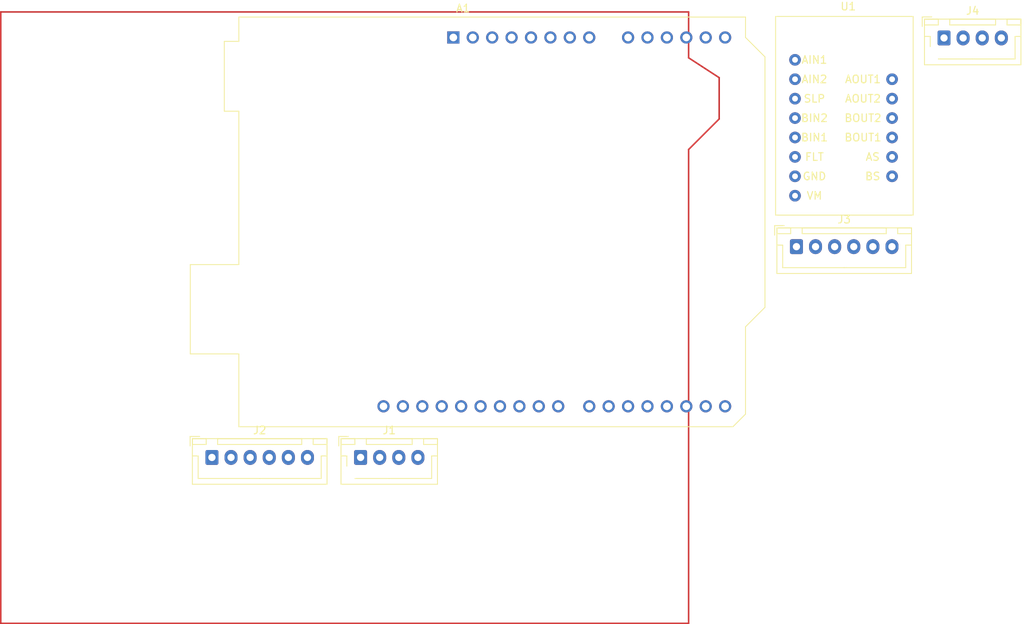
<source format=kicad_pcb>
(kicad_pcb (version 20211014) (generator pcbnew)
  (layers (0 "F.Cu" signal) (31 "B.Cu" signal) (34 "B.Paste" user) (35 "F.Paste" user) (36 "B.SilkS" user "B.Silkscreen") (37 "F.SilkS" user "F.Silkscreen") (38 "B.Mask" user) (39 "F.Mask" user) (44 "Edge.Cuts" user))
  (net 0 "")
  (net 7 "Earth")
  (net 8 "Net-(A1-Pad8)")
  (net 19 "D4")
  (net 20 "D5")
  (net 21 "D6")
  (net 22 "D7")
  (net 24 "D9")
  (net 31 "Net-(A1-Pad31)")
  (net 32 "Net-(A1-Pad32)")
  (net 33 "Net-(J1-Pad1)")
  (net 34 "Net-(J1-Pad2)")
  (net 35 "Net-(J1-Pad3)")
  (net 36 "Net-(J1-Pad4)")
  (net 37 "Net-(J2-Pad1)")
  (net 38 "Net-(J2-Pad2)")
  (net 39 "Net-(J2-Pad3)")
  (net 40 "Net-(J2-Pad4)")
  (net 41 "Net-(J2-Pad5)")
  (net 42 "Net-(J2-Pad6)")
  (net 43 "Net-(J3-Pad1)")
  (net 44 "Net-(J3-Pad2)")
  (net 45 "Net-(J3-Pad3)")
  (net 46 "Net-(J3-Pad4)")
  (net 47 "Net-(J3-Pad5)")
  (net 48 "Net-(J3-Pad6)")
  (net 49 "+3.3V")
  (footprint "Connector_JST:JST_XH_B4B-XH-AM_1x04_P2.50mm_Vertical" (layer "F.Cu") (at 173.42 53.4)
    (fp_text reference "J4" (at 3.75 -3.55) (layer "F.SilkS"))
    (fp_text value "Conn_01x04")
    (fp_line (start -1.8 -0.2) (end -1.8 1.14) (layer "F.SilkS") (width 0.12))
    (fp_line (start 8.25 -2.45) (end 8.25 -1.7) (layer "F.SilkS") (width 0.12))
    (fp_line (start -1.6 -2.75) (end -2.85 -2.75) (layer "F.SilkS") (width 0.12))
    (fp_line (start -0.75 -2.45) (end -2.55 -2.45) (layer "F.SilkS") (width 0.12))
    (fp_line (start 0.75 -1.7) (end 6.75 -1.7) (layer "F.SilkS") (width 0.12))
    (fp_line (start 6.75 -2.45) (end 0.75 -2.45) (layer "F.SilkS") (width 0.12))
    (fp_line (start 10.05 -2.45) (end 8.25 -2.45) (layer "F.SilkS") (width 0.12))
    (fp_line (start -2.56 -2.46) (end -2.56 3.51) (layer "F.SilkS") (width 0.12))
    (fp_line (start -2.55 -1.7) (end -0.75 -1.7) (layer "F.SilkS") (width 0.12))
    (fp_line (start 0.75 -2.45) (end 0.75 -1.7) (layer "F.SilkS") (width 0.12))
    (fp_line (start -2.56 3.51) (end 10.06 3.51) (layer "F.SilkS") (width 0.12))
    (fp_line (start 3.75 2.75) (end -0.74 2.75) (layer "F.SilkS") (width 0.12))
    (fp_line (start 8.25 -1.7) (end 10.05 -1.7) (layer "F.SilkS") (width 0.12))
    (fp_line (start 6.75 -1.7) (end 6.75 -2.45) (layer "F.SilkS") (width 0.12))
    (fp_line (start -2.55 -0.2) (end -1.8 -0.2) (layer "F.SilkS") (width 0.12))
    (fp_line (start 9.3 -0.2) (end 9.3 2.75) (layer "F.SilkS") (width 0.12))
    (fp_line (start 10.05 -1.7) (end 10.05 -2.45) (layer "F.SilkS") (width 0.12))
    (fp_line (start -0.75 -1.7) (end -0.75 -2.45) (layer "F.SilkS") (width 0.12))
    (fp_line (start 10.05 -0.2) (end 9.3 -0.2) (layer "F.SilkS") (width 0.12))
    (fp_line (start 10.06 3.51) (end 10.06 -2.46) (layer "F.SilkS") (width 0.12))
    (fp_line (start -2.85 -2.75) (end -2.85 -1.5) (layer "F.SilkS") (width 0.12))
    (fp_line (start 9.3 2.75) (end 3.75 2.75) (layer "F.SilkS") (width 0.12))
    (fp_line (start -2.55 -2.45) (end -2.55 -1.7) (layer "F.SilkS") (width 0.12))
    (fp_line (start 10.06 -2.46) (end -2.56 -2.46) (layer "F.SilkS") (width 0.12))
    (pad "" np_thru_hole circle (at -1.6 2) (size 1.2 1.2) (drill 1.2) (layers *.Cu *.Mask))
    (pad "1" thru_hole roundrect (at 0 0) (size 1.7 1.95) (drill 0.95) (layers *.Cu *.Mask) (roundrect_rratio 0.147059) (net 24 "D9"))
    (pad "2" thru_hole oval (at 2.5 0) (size 1.7 1.95) (drill 0.95) (layers *.Cu *.Mask) (net 49 "+3.3V"))
    (pad "3" thru_hole oval (at 5 0) (size 1.7 1.95) (drill 0.95) (layers *.Cu *.Mask) (net 7 "Earth"))
    (pad "4" thru_hole oval (at 7.5 0) (size 1.7 1.95) (drill 0.95) (layers *.Cu *.Mask))
  )
  (footprint "Connector_JST:JST_XH_B6B-XH-A_1x06_P2.50mm_Vertical" (layer "F.Cu") (at 154.11 80.71)
    (fp_text reference "J3" (at 6.25 -3.55) (layer "F.SilkS"))
    (fp_text value "Conn_01x06")
    (fp_line (start -2.56 3.51) (end 15.06 3.51) (layer "F.SilkS") (width 0.12))
    (fp_line (start -2.55 -0.2) (end -1.8 -0.2) (layer "F.SilkS") (width 0.12))
    (fp_line (start 0.75 -2.45) (end 0.75 -1.7) (layer "F.SilkS") (width 0.12))
    (fp_line (start 15.05 -2.45) (end 13.25 -2.45) (layer "F.SilkS") (width 0.12))
    (fp_line (start -2.85 -2.75) (end -2.85 -1.5) (layer "F.SilkS") (width 0.12))
    (fp_line (start -2.55 -1.7) (end -0.75 -1.7) (layer "F.SilkS") (width 0.12))
    (fp_line (start 11.75 -2.45) (end 0.75 -2.45) (layer "F.SilkS") (width 0.12))
    (fp_line (start 15.06 -2.46) (end -2.56 -2.46) (layer "F.SilkS") (width 0.12))
    (fp_line (start -0.75 -2.45) (end -2.55 -2.45) (layer "F.SilkS") (width 0.12))
    (fp_line (start 14.3 -0.2) (end 14.3 2.75) (layer "F.SilkS") (width 0.12))
    (fp_line (start -2.55 -2.45) (end -2.55 -1.7) (layer "F.SilkS") (width 0.12))
    (fp_line (start 15.06 3.51) (end 15.06 -2.46) (layer "F.SilkS") (width 0.12))
    (fp_line (start 11.75 -1.7) (end 11.75 -2.45) (layer "F.SilkS") (width 0.12))
    (fp_line (start 14.3 2.75) (end 6.25 2.75) (layer "F.SilkS") (width 0.12))
    (fp_line (start -1.8 -0.2) (end -1.8 2.75) (layer "F.SilkS") (width 0.12))
    (fp_line (start -1.8 2.75) (end 6.25 2.75) (layer "F.SilkS") (width 0.12))
    (fp_line (start 15.05 -0.2) (end 14.3 -0.2) (layer "F.SilkS") (width 0.12))
    (fp_line (start 13.25 -2.45) (end 13.25 -1.7) (layer "F.SilkS") (width 0.12))
    (fp_line (start -2.56 -2.46) (end -2.56 3.51) (layer "F.SilkS") (width 0.12))
    (fp_line (start 15.05 -1.7) (end 15.05 -2.45) (layer "F.SilkS") (width 0.12))
    (fp_line (start 13.25 -1.7) (end 15.05 -1.7) (layer "F.SilkS") (width 0.12))
    (fp_line (start 0.75 -1.7) (end 11.75 -1.7) (layer "F.SilkS") (width 0.12))
    (fp_line (start -1.6 -2.75) (end -2.85 -2.75) (layer "F.SilkS") (width 0.12))
    (fp_line (start -0.75 -1.7) (end -0.75 -2.45) (layer "F.SilkS") (width 0.12))
    (pad "1" thru_hole roundrect (at 0 0) (size 1.7 1.95) (drill 0.95) (layers *.Cu *.Mask) (roundrect_rratio 0.147059) (net 43 "Net-(J3-Pad1)"))
    (pad "2" thru_hole oval (at 2.5 0) (size 1.7 1.95) (drill 0.95) (layers *.Cu *.Mask) (net 44 "Net-(J3-Pad2)"))
    (pad "3" thru_hole oval (at 5 0) (size 1.7 1.95) (drill 0.95) (layers *.Cu *.Mask) (net 45 "Net-(J3-Pad3)"))
    (pad "4" thru_hole oval (at 7.5 0) (size 1.7 1.95) (drill 0.95) (layers *.Cu *.Mask) (net 46 "Net-(J3-Pad4)"))
    (pad "5" thru_hole oval (at 10 0) (size 1.7 1.95) (drill 0.95) (layers *.Cu *.Mask) (net 47 "Net-(J3-Pad5)"))
    (pad "6" thru_hole oval (at 12.5 0) (size 1.7 1.95) (drill 0.95) (layers *.Cu *.Mask) (net 48 "Net-(J3-Pad6)"))
  )
  (footprint "Module:Arduino_UNO_R3" (layer "F.Cu") (at 109.22 53.34)
    (fp_text reference "A1" (at 1.27 -3.81 180) (layer "F.SilkS"))
    (fp_text value "Arduino_UNO_R3")
    (fp_line (start -34.42 41.4) (end -28.07 41.4) (layer "F.SilkS") (width 0.12))
    (fp_line (start -28.07 29.72) (end -34.42 29.72) (layer "F.SilkS") (width 0.12))
    (fp_line (start 36.58 50.93) (end 38.23 49.28) (layer "F.SilkS") (width 0.12))
    (fp_line (start -29.97 0.51) (end -29.97 9.65) (layer "F.SilkS") (width 0.12))
    (fp_line (start -28.07 41.4) (end -28.07 50.93) (layer "F.SilkS") (width 0.12))
    (fp_line (start -28.07 50.93) (end 36.58 50.93) (layer "F.SilkS") (width 0.12))
    (fp_line (start 38.23 -2.67) (end -28.07 -2.67) (layer "F.SilkS") (width 0.12))
    (fp_line (start -34.42 29.72) (end -34.42 41.4) (layer "F.SilkS") (width 0.12))
    (fp_line (start -29.97 9.65) (end -28.07 9.65) (layer "F.SilkS") (width 0.12))
    (fp_line (start -28.07 -2.67) (end -28.07 0.51) (layer "F.SilkS") (width 0.12))
    (fp_line (start 38.23 37.85) (end 40.77 35.31) (layer "F.SilkS") (width 0.12))
    (fp_line (start -28.07 0.51) (end -29.97 0.51) (layer "F.SilkS") (width 0.12))
    (fp_line (start 40.77 2.54) (end 38.23 0) (layer "F.SilkS") (width 0.12))
    (fp_line (start 40.77 35.31) (end 40.77 2.54) (layer "F.SilkS") (width 0.12))
    (fp_line (start 38.23 49.28) (end 38.23 37.85) (layer "F.SilkS") (width 0.12))
    (fp_line (start -28.07 9.65) (end -28.07 29.72) (layer "F.SilkS") (width 0.12))
    (fp_line (start 38.23 0) (end 38.23 -2.67) (layer "F.SilkS") (width 0.12))
    (pad "1" thru_hole rect (at 0 0 90) (size 1.6 1.6) (drill 1) (layers *.Cu *.Mask))
    (pad "2" thru_hole oval (at 2.54 0 90) (size 1.6 1.6) (drill 1) (layers *.Cu *.Mask))
    (pad "3" thru_hole oval (at 5.08 0 90) (size 1.6 1.6) (drill 1) (layers *.Cu *.Mask))
    (pad "4" thru_hole oval (at 7.62 0 90) (size 1.6 1.6) (drill 1) (layers *.Cu *.Mask))
    (pad "5" thru_hole oval (at 10.16 0 90) (size 1.6 1.6) (drill 1) (layers *.Cu *.Mask))
    (pad "6" thru_hole oval (at 12.7 0 90) (size 1.6 1.6) (drill 1) (layers *.Cu *.Mask))
    (pad "7" thru_hole oval (at 15.24 0 90) (size 1.6 1.6) (drill 1) (layers *.Cu *.Mask) (net 7 "Earth"))
    (pad "8" thru_hole oval (at 17.78 0 90) (size 1.6 1.6) (drill 1) (layers *.Cu *.Mask) (net 8 "Net-(A1-Pad8)"))
    (pad "9" thru_hole oval (at 22.86 0 90) (size 1.6 1.6) (drill 1) (layers *.Cu *.Mask))
    (pad "10" thru_hole oval (at 25.4 0 90) (size 1.6 1.6) (drill 1) (layers *.Cu *.Mask))
    (pad "11" thru_hole oval (at 27.94 0 90) (size 1.6 1.6) (drill 1) (layers *.Cu *.Mask))
    (pad "12" thru_hole oval (at 30.48 0 90) (size 1.6 1.6) (drill 1) (layers *.Cu *.Mask))
    (pad "13" thru_hole oval (at 33.02 0 90) (size 1.6 1.6) (drill 1) (layers *.Cu *.Mask))
    (pad "14" thru_hole oval (at 35.56 0 90) (size 1.6 1.6) (drill 1) (layers *.Cu *.Mask))
    (pad "15" thru_hole oval (at 35.56 48.26 90) (size 1.6 1.6) (drill 1) (layers *.Cu *.Mask))
    (pad "16" thru_hole oval (at 33.02 48.26 90) (size 1.6 1.6) (drill 1) (layers *.Cu *.Mask))
    (pad "17" thru_hole oval (at 30.48 48.26 90) (size 1.6 1.6) (drill 1) (layers *.Cu *.Mask))
    (pad "18" thru_hole oval (at 27.94 48.26 90) (size 1.6 1.6) (drill 1) (layers *.Cu *.Mask))
    (pad "19" thru_hole oval (at 25.4 48.26 90) (size 1.6 1.6) (drill 1) (layers *.Cu *.Mask) (net 19 "D4"))
    (pad "20" thru_hole oval (at 22.86 48.26 90) (size 1.6 1.6) (drill 1) (layers *.Cu *.Mask) (net 20 "D5"))
    (pad "21" thru_hole oval (at 20.32 48.26 90) (size 1.6 1.6) (drill 1) (layers *.Cu *.Mask) (net 21 "D6"))
    (pad "22" thru_hole oval (at 17.78 48.26 90) (size 1.6 1.6) (drill 1) (layers *.Cu *.Mask) (net 22 "D7"))
    (pad "23" thru_hole oval (at 13.72 48.26 90) (size 1.6 1.6) (drill 1) (layers *.Cu *.Mask))
    (pad "24" thru_hole oval (at 11.18 48.26 90) (size 1.6 1.6) (drill 1) (layers *.Cu *.Mask) (net 24 "D9"))
    (pad "25" thru_hole oval (at 8.64 48.26 90) (size 1.6 1.6) (drill 1) (layers *.Cu *.Mask))
    (pad "26" thru_hole oval (at 6.1 48.26 90) (size 1.6 1.6) (drill 1) (layers *.Cu *.Mask))
    (pad "27" thru_hole oval (at 3.56 48.26 90) (size 1.6 1.6) (drill 1) (layers *.Cu *.Mask))
    (pad "28" thru_hole oval (at 1.02 48.26 90) (size 1.6 1.6) (drill 1) (layers *.Cu *.Mask))
    (pad "29" thru_hole oval (at -1.52 48.26 90) (size 1.6 1.6) (drill 1) (layers *.Cu *.Mask))
    (pad "30" thru_hole oval (at -4.06 48.26 90) (size 1.6 1.6) (drill 1) (layers *.Cu *.Mask))
    (pad "31" thru_hole oval (at -6.6 48.26 90) (size 1.6 1.6) (drill 1) (layers *.Cu *.Mask) (net 31 "Net-(A1-Pad31)"))
    (pad "32" thru_hole oval (at -9.14 48.26 90) (size 1.6 1.6) (drill 1) (layers *.Cu *.Mask) (net 32 "Net-(A1-Pad32)"))
  )
  (footprint "Connector_JST:JST_XH_B6B-XH-A_1x06_P2.50mm_Vertical" (layer "F.Cu") (at 77.63 108.29)
    (fp_text reference "J2" (at 6.25 -3.55) (layer "F.SilkS"))
    (fp_text value "Conn_01x06")
    (fp_line (start 14.3 2.75) (end 6.25 2.75) (layer "F.SilkS") (width 0.12))
    (fp_line (start -2.85 -2.75) (end -2.85 -1.5) (layer "F.SilkS") (width 0.12))
    (fp_line (start 13.25 -2.45) (end 13.25 -1.7) (layer "F.SilkS") (width 0.12))
    (fp_line (start 11.75 -1.7) (end 11.75 -2.45) (layer "F.SilkS") (width 0.12))
    (fp_line (start -1.6 -2.75) (end -2.85 -2.75) (layer "F.SilkS") (width 0.12))
    (fp_line (start -1.8 2.75) (end 6.25 2.75) (layer "F.SilkS") (width 0.12))
    (fp_line (start 15.05 -0.2) (end 14.3 -0.2) (layer "F.SilkS") (width 0.12))
    (fp_line (start 15.06 3.51) (end 15.06 -2.46) (layer "F.SilkS") (width 0.12))
    (fp_line (start 14.3 -0.2) (end 14.3 2.75) (layer "F.SilkS") (width 0.12))
    (fp_line (start -0.75 -1.7) (end -0.75 -2.45) (layer "F.SilkS") (width 0.12))
    (fp_line (start -2.56 -2.46) (end -2.56 3.51) (layer "F.SilkS") (width 0.12))
    (fp_line (start -0.75 -2.45) (end -2.55 -2.45) (layer "F.SilkS") (width 0.12))
    (fp_line (start -2.55 -2.45) (end -2.55 -1.7) (layer "F.SilkS") (width 0.12))
    (fp_line (start 13.25 -1.7) (end 15.05 -1.7) (layer "F.SilkS") (width 0.12))
    (fp_line (start -2.55 -1.7) (end -0.75 -1.7) (layer "F.SilkS") (width 0.12))
    (fp_line (start 15.05 -1.7) (end 15.05 -2.45) (layer "F.SilkS") (width 0.12))
    (fp_line (start -1.8 -0.2) (end -1.8 2.75) (layer "F.SilkS") (width 0.12))
    (fp_line (start 15.06 -2.46) (end -2.56 -2.46) (layer "F.SilkS") (width 0.12))
    (fp_line (start -2.56 3.51) (end 15.06 3.51) (layer "F.SilkS") (width 0.12))
    (fp_line (start 0.75 -1.7) (end 11.75 -1.7) (layer "F.SilkS") (width 0.12))
    (fp_line (start 11.75 -2.45) (end 0.75 -2.45) (layer "F.SilkS") (width 0.12))
    (fp_line (start -2.55 -0.2) (end -1.8 -0.2) (layer "F.SilkS") (width 0.12))
    (fp_line (start 0.75 -2.45) (end 0.75 -1.7) (layer "F.SilkS") (width 0.12))
    (fp_line (start 15.05 -2.45) (end 13.25 -2.45) (layer "F.SilkS") (width 0.12))
    (pad "1" thru_hole roundrect (at 0 0) (size 1.7 1.95) (drill 0.95) (layers *.Cu *.Mask) (roundrect_rratio 0.147059) (net 37 "Net-(J2-Pad1)"))
    (pad "2" thru_hole oval (at 2.5 0) (size 1.7 1.95) (drill 0.95) (layers *.Cu *.Mask) (net 38 "Net-(J2-Pad2)"))
    (pad "3" thru_hole oval (at 5 0) (size 1.7 1.95) (drill 0.95) (layers *.Cu *.Mask) (net 39 "Net-(J2-Pad3)"))
    (pad "4" thru_hole oval (at 7.5 0) (size 1.7 1.95) (drill 0.95) (layers *.Cu *.Mask) (net 40 "Net-(J2-Pad4)"))
    (pad "5" thru_hole oval (at 10 0) (size 1.7 1.95) (drill 0.95) (layers *.Cu *.Mask) (net 41 "Net-(J2-Pad5)"))
    (pad "6" thru_hole oval (at 12.5 0) (size 1.7 1.95) (drill 0.95) (layers *.Cu *.Mask) (net 42 "Net-(J2-Pad6)"))
  )
  (footprint "Connector_JST:JST_XH_B4B-XH-AM_1x04_P2.50mm_Vertical" (layer "F.Cu") (at 97.08 108.29)
    (fp_text reference "J1" (at 3.75 -3.55) (layer "F.SilkS"))
    (fp_text value "Conn_01x04")
    (fp_line (start -1.8 -0.2) (end -1.8 1.14) (layer "F.SilkS") (width 0.12))
    (fp_line (start 8.25 -2.45) (end 8.25 -1.7) (layer "F.SilkS") (width 0.12))
    (fp_line (start 0.75 -2.45) (end 0.75 -1.7) (layer "F.SilkS") (width 0.12))
    (fp_line (start 0.75 -1.7) (end 6.75 -1.7) (layer "F.SilkS") (width 0.12))
    (fp_line (start -2.55 -2.45) (end -2.55 -1.7) (layer "F.SilkS") (width 0.12))
    (fp_line (start -2.85 -2.75) (end -2.85 -1.5) (layer "F.SilkS") (width 0.12))
    (fp_line (start 8.25 -1.7) (end 10.05 -1.7) (layer "F.SilkS") (width 0.12))
    (fp_line (start -1.6 -2.75) (end -2.85 -2.75) (layer "F.SilkS") (width 0.12))
    (fp_line (start 10.06 -2.46) (end -2.56 -2.46) (layer "F.SilkS") (width 0.12))
    (fp_line (start -2.56 -2.46) (end -2.56 3.51) (layer "F.SilkS") (width 0.12))
    (fp_line (start 3.75 2.75) (end -0.74 2.75) (layer "F.SilkS") (width 0.12))
    (fp_line (start 10.05 -1.7) (end 10.05 -2.45) (layer "F.SilkS") (width 0.12))
    (fp_line (start -0.75 -1.7) (end -0.75 -2.45) (layer "F.SilkS") (width 0.12))
    (fp_line (start 9.3 -0.2) (end 9.3 2.75) (layer "F.SilkS") (width 0.12))
    (fp_line (start -0.75 -2.45) (end -2.55 -2.45) (layer "F.SilkS") (width 0.12))
    (fp_line (start 9.3 2.75) (end 3.75 2.75) (layer "F.SilkS") (width 0.12))
    (fp_line (start 10.05 -0.2) (end 9.3 -0.2) (layer "F.SilkS") (width 0.12))
    (fp_line (start -2.56 3.51) (end 10.06 3.51) (layer "F.SilkS") (width 0.12))
    (fp_line (start 6.75 -2.45) (end 0.75 -2.45) (layer "F.SilkS") (width 0.12))
    (fp_line (start 10.05 -2.45) (end 8.25 -2.45) (layer "F.SilkS") (width 0.12))
    (fp_line (start 6.75 -1.7) (end 6.75 -2.45) (layer "F.SilkS") (width 0.12))
    (fp_line (start -2.55 -0.2) (end -1.8 -0.2) (layer "F.SilkS") (width 0.12))
    (fp_line (start 10.06 3.51) (end 10.06 -2.46) (layer "F.SilkS") (width 0.12))
    (fp_line (start -2.55 -1.7) (end -0.75 -1.7) (layer "F.SilkS") (width 0.12))
    (pad "" np_thru_hole circle (at -1.6 2) (size 1.2 1.2) (drill 1.2) (layers *.Cu *.Mask))
    (pad "1" thru_hole roundrect (at 0 0) (size 1.7 1.95) (drill 0.95) (layers *.Cu *.Mask) (roundrect_rratio 0.147059) (net 33 "Net-(J1-Pad1)"))
    (pad "2" thru_hole oval (at 2.5 0) (size 1.7 1.95) (drill 0.95) (layers *.Cu *.Mask) (net 34 "Net-(J1-Pad2)"))
    (pad "3" thru_hole oval (at 5 0) (size 1.7 1.95) (drill 0.95) (layers *.Cu *.Mask) (net 35 "Net-(J1-Pad3)"))
    (pad "4" thru_hole oval (at 7.5 0) (size 1.7 1.95) (drill 0.95) (layers *.Cu *.Mask) (net 36 "Net-(J1-Pad4)"))
  )
  (footprint "Adafruit Custom:DRV8833 Breakout" (layer "F.Cu") (at 151.385 76.585)
    (fp_text reference "U1" (at 9.5 -27.3 unlocked) (layer "F.SilkS"))
    (fp_text value "DRV8833 Breakout")
    (fp_text user "BIN2" (at 5.08 -12.7 unlocked) (layer "F.SilkS"))
    (fp_text user "VM" (at 5.08 -2.54 unlocked) (layer "F.SilkS"))
    (fp_text user "AOUT1" (at 11.43 -17.78 unlocked) (layer "F.SilkS"))
    (fp_text user "BIN1" (at 5.08 -10.16 unlocked) (layer "F.SilkS"))
    (fp_text user "SLP" (at 5.08 -15.24 unlocked) (layer "F.SilkS"))
    (fp_text user "AIN1" (at 5.08 -20.32 unlocked) (layer "F.SilkS"))
    (fp_text user "AIN2" (at 5.08 -17.78 unlocked) (layer "F.SilkS"))
    (fp_text user "FLT" (at 5.08 -7.62 unlocked) (layer "F.SilkS"))
    (fp_text user "AOUT2" (at 11.43 -15.24 unlocked) (layer "F.SilkS"))
    (fp_text user "BOUT1" (at 11.43 -10.16 unlocked) (layer "F.SilkS"))
    (fp_text user "BOUT2" (at 11.43 -12.7 unlocked) (layer "F.SilkS"))
    (fp_text user "BS" (at 12.7 -5.08 unlocked) (layer "F.SilkS"))
    (fp_text user "GND" (at 5.08 -5.08 unlocked) (layer "F.SilkS"))
    (fp_text user "AS" (at 12.7 -7.62 unlocked) (layer "F.SilkS"))
    (fp_rect (start 0 0) (end 18 -26) (layer "F.SilkS") (width 0.12) (fill none))
    (pad "1" thru_hole circle (at 2.54 -2.54) (size 1.524 1.524) (drill 0.762) (layers *.Cu *.Mask))
    (pad "2" thru_hole circle (at 2.54 -5.08) (size 1.524 1.524) (drill 0.762) (layers *.Cu *.Mask))
    (pad "3" thru_hole circle (at 2.54 -7.62) (size 1.524 1.524) (drill 0.762) (layers *.Cu *.Mask))
    (pad "4" thru_hole circle (at 2.54 -10.16) (size 1.524 1.524) (drill 0.762) (layers *.Cu *.Mask))
    (pad "5" thru_hole circle (at 2.54 -12.7) (size 1.524 1.524) (drill 0.762) (layers *.Cu *.Mask))
    (pad "6" thru_hole circle (at 2.54 -15.24) (size 1.524 1.524) (drill 0.762) (layers *.Cu *.Mask))
    (pad "7" thru_hole circle (at 2.54 -17.78) (size 1.524 1.524) (drill 0.762) (layers *.Cu *.Mask))
    (pad "8" thru_hole circle (at 2.54 -20.32) (size 1.524 1.524) (drill 0.762) (layers *.Cu *.Mask))
    (pad "9" thru_hole circle (at 15.24 -5.08) (size 1.524 1.524) (drill 0.762) (layers *.Cu *.Mask))
    (pad "10" thru_hole circle (at 15.24 -7.62) (size 1.524 1.524) (drill 0.762) (layers *.Cu *.Mask))
    (pad "11" thru_hole circle (at 15.24 -10.16) (size 1.524 1.524) (drill 0.762) (layers *.Cu *.Mask))
    (pad "12" thru_hole circle (at 15.24 -12.7) (size 1.524 1.524) (drill 0.762) (layers *.Cu *.Mask))
    (pad "13" thru_hole circle (at 15.24 -15.24) (size 1.524 1.524) (drill 0.762) (layers *.Cu *.Mask))
    (pad "14" thru_hole circle (at 15.24 -17.78) (size 1.524 1.524) (drill 0.762) (layers *.Cu *.Mask))
  )
  (gr_line (start 144 64) (end 140 68) (layer "F.Cu") (width 0.2))
  (gr_line (start 140 50) (end 140 56) (layer "F.Cu") (width 0.2))
  (gr_line (start 140 56) (end 144 58.6) (layer "F.Cu") (width 0.2))
  (gr_line (start 144 58.6) (end 144 64) (layer "F.Cu") (width 0.2))
  (gr_line (start 50 130) (end 50 50) (layer "F.Cu") (width 0.2))
  (gr_line (start 50 130) (end 140 130) (layer "F.Cu") (width 0.2))
  (gr_line (start 50 50) (end 140 50) (layer "F.Cu") (width 0.2))
  (gr_line (start 140 68) (end 140 130) (layer "F.Cu") (width 0.2))
)
</source>
